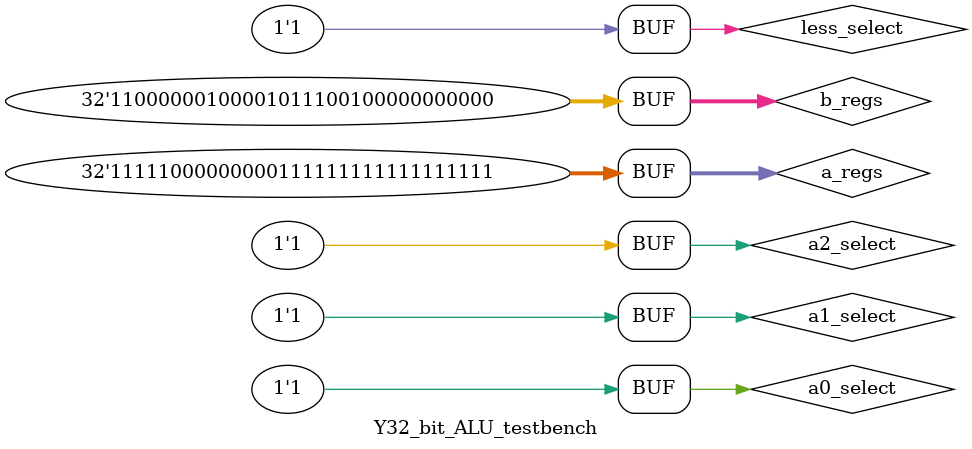
<source format=v>
`define DELAY 20
module Y32_bit_ALU_testbench(); 

reg [31:0] a_regs, b_regs;

reg a2_select, a1_select, a0_select, less_select;
wire [31:0] result;
wire cout,overflow;

Y32_bit_ALU resultALU32(result, cout, a_regs, b_regs, 0, less_select, a2_select, a1_select, a0_select);

initial begin
a_regs = 32'b11000000000000000000000000000000; /*AND*/
b_regs = 32'b11000000000000000000000000011111;

a2_select = 1'b0; a1_select = 1'b0; a0_select = 1'b0; less_select = 1'b0;
#`DELAY;

a_regs = 32'b11000000010000000001000000000000; /*OR*/
b_regs = 32'b11000000010000000100000000000011;

a2_select = 1'b0; a1_select = 1'b0; a0_select = 1'b1; less_select = 1'b0;

#`DELAY;
a_regs = 32'b000001000010001000010001000001000; /*ADD*/
b_regs = 32'b000000000100001011100000000100110;
a2_select = 1'b0; a1_select = 1'b1; a0_select = 1'b0; less_select = 1'b0;
#`DELAY;
a_regs = 32'b111111000011100011111000111111111; /*SUB*/
b_regs = 32'b011000000100001011100100000000000;
a2_select = 1'b1; a1_select = 1'b1; a0_select = 1'b0; less_select = 1'b0;
#`DELAY;
a_regs = 32'b111111000000000111111111111111111; /*LESS*/
b_regs = 32'b011000000100001011100100000000000;
a2_select = 1'b1; a1_select = 1'b1; a0_select = 1'b1; less_select = 1'b1;
end

initial begin
$monitor("time = %2d, FIRST NUMBER =%32b, SECOND NUMBER=%32b, RESULT=%32b, COUT = %2d", $time, a_regs, b_regs, result,cout);		
end 

 
endmodule
</source>
